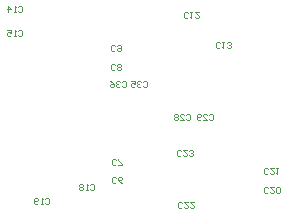
<source format=gbo>
%FSTAX23Y23*%
%MOIN*%
%SFA1B1*%

%IPPOS*%
%ADD43C,0.004016*%
%LNfpga_radio-1*%
%LPD*%
G54D43*
X02196Y02181D02*
X022Y02185D01*
X02206*
X0221Y02181*
Y02168*
X02206Y02165*
X022*
X02196Y02168*
X0219Y02181D02*
X02186Y02185D01*
X0218*
X02176Y02181*
Y02178*
X0218Y02175*
X02183*
X0218*
X02176Y02171*
Y02168*
X0218Y02165*
X02186*
X0219Y02168*
X02156Y02185D02*
X02163Y02181D01*
X0217Y02175*
Y02168*
X02166Y02165*
X0216*
X02156Y02168*
Y02171*
X0216Y02175*
X0217*
X02266Y02181D02*
X0227Y02185D01*
X02276*
X0228Y02181*
Y02168*
X02276Y02165*
X0227*
X02266Y02168*
X0226Y02181D02*
X02256Y02185D01*
X0225*
X02246Y02181*
Y02178*
X0225Y02175*
X02253*
X0225*
X02246Y02171*
Y02168*
X0225Y02165*
X02256*
X0226Y02168*
X02226Y02185D02*
X0224D01*
Y02175*
X02233Y02178*
X0223*
X02226Y02175*
Y02168*
X0223Y02165*
X02236*
X0224Y02168*
X02486Y02071D02*
X0249Y02075D01*
X02496*
X025Y02071*
Y02058*
X02496Y02055*
X0249*
X02486Y02058*
X02466Y02055D02*
X0248D01*
X02466Y02068*
Y02071*
X0247Y02075*
X02476*
X0248Y02071*
X0246Y02058D02*
X02456Y02055D01*
X0245*
X02446Y02058*
Y02071*
X0245Y02075*
X02456*
X0246Y02071*
Y02068*
X02456Y02065*
X02446*
X02411Y02071D02*
X02415Y02075D01*
X02421*
X02425Y02071*
Y02058*
X02421Y02055*
X02415*
X02411Y02058*
X02391Y02055D02*
X02405D01*
X02391Y02068*
Y02071*
X02395Y02075*
X02401*
X02405Y02071*
X02385D02*
X02381Y02075D01*
X02375*
X02371Y02071*
Y02068*
X02375Y02065*
X02371Y02061*
Y02058*
X02375Y02055*
X02381*
X02385Y02058*
Y02061*
X02381Y02065*
X02385Y02068*
Y02071*
X02381Y02065D02*
X02375D01*
X02393Y01938D02*
X02389Y01934D01*
X02383*
X02379Y01938*
Y01951*
X02383Y01954*
X02389*
X02393Y01951*
X02413Y01954D02*
X02399D01*
X02413Y01941*
Y01938*
X02409Y01934*
X02403*
X02399Y01938*
X02419D02*
X02423Y01934D01*
X02429*
X02433Y01938*
Y01941*
X02429Y01944*
X02426*
X02429*
X02433Y01948*
Y01951*
X02429Y01954*
X02423*
X02419Y01951*
X02398Y01763D02*
X02395Y0176D01*
X02388*
X02385Y01763*
Y01776*
X02388Y0178*
X02395*
X02398Y01776*
X02418Y0178D02*
X02405D01*
X02418Y01766*
Y01763*
X02415Y0176*
X02408*
X02405Y01763*
X02438Y0178D02*
X02425D01*
X02438Y01766*
Y01763*
X02435Y0176*
X02428*
X02425Y01763*
X02683Y01878D02*
X02679Y01874D01*
X02673*
X02669Y01878*
Y01891*
X02673Y01894*
X02679*
X02683Y01891*
X02703Y01894D02*
X02689D01*
X02703Y01881*
Y01878*
X02699Y01874*
X02693*
X02689Y01878*
X02709Y01894D02*
X02716D01*
X02713*
Y01874*
X02709Y01878*
X02683Y01813D02*
X0268Y0181D01*
X02673*
X0267Y01813*
Y01826*
X02673Y0183*
X0268*
X02683Y01826*
X02703Y0183D02*
X0269D01*
X02703Y01816*
Y01813*
X027Y0181*
X02693*
X0269Y01813*
X0271D02*
X02713Y0181D01*
X0272*
X02723Y01813*
Y01826*
X0272Y0183*
X02713*
X0271Y01826*
Y01813*
X01941Y01791D02*
X01945Y01795D01*
X01951*
X01955Y01791*
Y01778*
X01951Y01775*
X01945*
X01941Y01778*
X01935Y01775D02*
X01928D01*
X01931*
Y01795*
X01935Y01791*
X01918Y01778D02*
X01915Y01775D01*
X01908*
X01905Y01778*
Y01791*
X01908Y01795*
X01915*
X01918Y01791*
Y01788*
X01915Y01785*
X01905*
X02091Y01836D02*
X02095Y0184D01*
X02101*
X02105Y01836*
Y01823*
X02101Y0182*
X02095*
X02091Y01823*
X02085Y0182D02*
X02078D01*
X02081*
Y0184*
X02085Y01836*
X02068D02*
X02065Y0184D01*
X02058*
X02055Y01836*
Y01833*
X02058Y0183*
X02055Y01826*
Y01823*
X02058Y0182*
X02065*
X02068Y01823*
Y01826*
X02065Y0183*
X02068Y01833*
Y01836*
X02065Y0183D02*
X02058D01*
X01851Y02351D02*
X01855Y02355D01*
X01861*
X01865Y02351*
Y02338*
X01861Y02335*
X01855*
X01851Y02338*
X01845Y02335D02*
X01838D01*
X01841*
Y02355*
X01845Y02351*
X01815Y02355D02*
X01828D01*
Y02345*
X01821Y02348*
X01818*
X01815Y02345*
Y02338*
X01818Y02335*
X01825*
X01828Y02338*
X01851Y02431D02*
X01855Y02435D01*
X01861*
X01865Y02431*
Y02418*
X01861Y02415*
X01855*
X01851Y02418*
X01845Y02415D02*
X01838D01*
X01841*
Y02435*
X01845Y02431*
X01818Y02415D02*
Y02435D01*
X01828Y02425*
X01815*
X02523Y02298D02*
X0252Y02295D01*
X02513*
X0251Y02298*
Y02311*
X02513Y02315*
X0252*
X02523Y02311*
X0253Y02315D02*
X02536D01*
X02533*
Y02295*
X0253Y02298*
X02546D02*
X0255Y02295D01*
X02556*
X0256Y02298*
Y02301*
X02556Y02305*
X02553*
X02556*
X0256Y02308*
Y02311*
X02556Y02315*
X0255*
X02546Y02311*
X02417Y02396D02*
X02414Y02393D01*
X02407*
X02404Y02396*
Y0241*
X02407Y02413*
X02414*
X02417Y0241*
X02424Y02413D02*
X02431D01*
X02427*
Y02393*
X02424Y02396*
X02454Y02413D02*
X02441D01*
X02454Y024*
Y02396*
X02451Y02393*
X02444*
X02441Y02396*
X02173Y02288D02*
X0217Y02285D01*
X02163*
X0216Y02288*
Y02301*
X02163Y02305*
X0217*
X02173Y02301*
X0218D02*
X02183Y02305D01*
X0219*
X02193Y02301*
Y02288*
X0219Y02285*
X02183*
X0218Y02288*
Y02291*
X02183Y02295*
X02193*
X02173Y02223D02*
X0217Y0222D01*
X02163*
X0216Y02223*
Y02236*
X02163Y0224*
X0217*
X02173Y02236*
X0218Y02223D02*
X02183Y0222D01*
X0219*
X02193Y02223*
Y02226*
X0219Y0223*
X02193Y02233*
Y02236*
X0219Y0224*
X02183*
X0218Y02236*
Y02233*
X02183Y0223*
X0218Y02226*
Y02223*
X02183Y0223D02*
X0219D01*
X02178Y01908D02*
X02175Y01905D01*
X02168*
X02165Y01908*
Y01921*
X02168Y01925*
X02175*
X02178Y01921*
X02185Y01905D02*
X02198D01*
Y01908*
X02185Y01921*
Y01925*
X02178Y01848D02*
X02175Y01845D01*
X02168*
X02165Y01848*
Y01861*
X02168Y01865*
X02175*
X02178Y01861*
X02198Y01845D02*
X02191Y01848D01*
X02185Y01855*
Y01861*
X02188Y01865*
X02195*
X02198Y01861*
Y01858*
X02195Y01855*
X02185*
M02*
</source>
